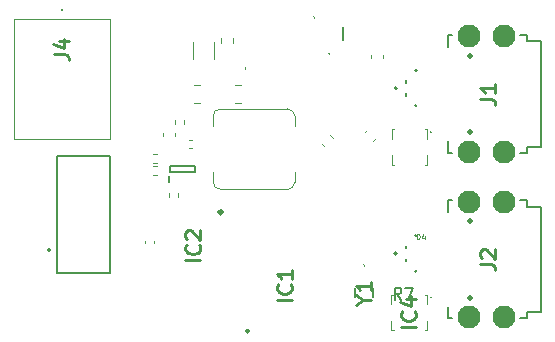
<source format=gbr>
%TF.GenerationSoftware,KiCad,Pcbnew,9.0.2*%
%TF.CreationDate,2025-08-30T18:06:16+02:00*%
%TF.ProjectId,Afterburner_Nano,41667465-7262-4757-926e-65725f4e616e,rev?*%
%TF.SameCoordinates,Original*%
%TF.FileFunction,Legend,Top*%
%TF.FilePolarity,Positive*%
%FSLAX46Y46*%
G04 Gerber Fmt 4.6, Leading zero omitted, Abs format (unit mm)*
G04 Created by KiCad (PCBNEW 9.0.2) date 2025-08-30 18:06:16*
%MOMM*%
%LPD*%
G01*
G04 APERTURE LIST*
%ADD10C,0.254000*%
%ADD11C,0.150000*%
%ADD12C,0.120000*%
%ADD13C,0.200000*%
%ADD14C,0.127000*%
%ADD15C,0.100000*%
%ADD16C,1.950000*%
%ADD17C,0.510000*%
G04 APERTURE END LIST*
D10*
X187824318Y-38689762D02*
X186554318Y-38689762D01*
X187703365Y-37359285D02*
X187763842Y-37419761D01*
X187763842Y-37419761D02*
X187824318Y-37601190D01*
X187824318Y-37601190D02*
X187824318Y-37722142D01*
X187824318Y-37722142D02*
X187763842Y-37903571D01*
X187763842Y-37903571D02*
X187642889Y-38024523D01*
X187642889Y-38024523D02*
X187521937Y-38085000D01*
X187521937Y-38085000D02*
X187280032Y-38145476D01*
X187280032Y-38145476D02*
X187098603Y-38145476D01*
X187098603Y-38145476D02*
X186856699Y-38085000D01*
X186856699Y-38085000D02*
X186735746Y-38024523D01*
X186735746Y-38024523D02*
X186614794Y-37903571D01*
X186614794Y-37903571D02*
X186554318Y-37722142D01*
X186554318Y-37722142D02*
X186554318Y-37601190D01*
X186554318Y-37601190D02*
X186614794Y-37419761D01*
X186614794Y-37419761D02*
X186675270Y-37359285D01*
X186675270Y-36875476D02*
X186614794Y-36815000D01*
X186614794Y-36815000D02*
X186554318Y-36694047D01*
X186554318Y-36694047D02*
X186554318Y-36391666D01*
X186554318Y-36391666D02*
X186614794Y-36270714D01*
X186614794Y-36270714D02*
X186675270Y-36210238D01*
X186675270Y-36210238D02*
X186796222Y-36149761D01*
X186796222Y-36149761D02*
X186917175Y-36149761D01*
X186917175Y-36149761D02*
X187098603Y-36210238D01*
X187098603Y-36210238D02*
X187824318Y-36935952D01*
X187824318Y-36935952D02*
X187824318Y-36149761D01*
X201619556Y-42004761D02*
X202224318Y-42004761D01*
X200954318Y-42428094D02*
X201619556Y-42004761D01*
X201619556Y-42004761D02*
X200954318Y-41581427D01*
X202224318Y-40492856D02*
X202224318Y-41218571D01*
X202224318Y-40855714D02*
X200954318Y-40855714D01*
X200954318Y-40855714D02*
X201135746Y-40976666D01*
X201135746Y-40976666D02*
X201256699Y-41097618D01*
X201256699Y-41097618D02*
X201317175Y-41218571D01*
X195574318Y-42039762D02*
X194304318Y-42039762D01*
X195453365Y-40709285D02*
X195513842Y-40769761D01*
X195513842Y-40769761D02*
X195574318Y-40951190D01*
X195574318Y-40951190D02*
X195574318Y-41072142D01*
X195574318Y-41072142D02*
X195513842Y-41253571D01*
X195513842Y-41253571D02*
X195392889Y-41374523D01*
X195392889Y-41374523D02*
X195271937Y-41435000D01*
X195271937Y-41435000D02*
X195030032Y-41495476D01*
X195030032Y-41495476D02*
X194848603Y-41495476D01*
X194848603Y-41495476D02*
X194606699Y-41435000D01*
X194606699Y-41435000D02*
X194485746Y-41374523D01*
X194485746Y-41374523D02*
X194364794Y-41253571D01*
X194364794Y-41253571D02*
X194304318Y-41072142D01*
X194304318Y-41072142D02*
X194304318Y-40951190D01*
X194304318Y-40951190D02*
X194364794Y-40769761D01*
X194364794Y-40769761D02*
X194425270Y-40709285D01*
X195574318Y-39499761D02*
X195574318Y-40225476D01*
X195574318Y-39862619D02*
X194304318Y-39862619D01*
X194304318Y-39862619D02*
X194485746Y-39983571D01*
X194485746Y-39983571D02*
X194606699Y-40104523D01*
X194606699Y-40104523D02*
X194667175Y-40225476D01*
D11*
X204833333Y-42004819D02*
X204500000Y-41528628D01*
X204261905Y-42004819D02*
X204261905Y-41004819D01*
X204261905Y-41004819D02*
X204642857Y-41004819D01*
X204642857Y-41004819D02*
X204738095Y-41052438D01*
X204738095Y-41052438D02*
X204785714Y-41100057D01*
X204785714Y-41100057D02*
X204833333Y-41195295D01*
X204833333Y-41195295D02*
X204833333Y-41338152D01*
X204833333Y-41338152D02*
X204785714Y-41433390D01*
X204785714Y-41433390D02*
X204738095Y-41481009D01*
X204738095Y-41481009D02*
X204642857Y-41528628D01*
X204642857Y-41528628D02*
X204261905Y-41528628D01*
X205166667Y-41004819D02*
X205833333Y-41004819D01*
X205833333Y-41004819D02*
X205404762Y-42004819D01*
D10*
X211516318Y-39023332D02*
X212423461Y-39023332D01*
X212423461Y-39023332D02*
X212604889Y-39083809D01*
X212604889Y-39083809D02*
X212725842Y-39204761D01*
X212725842Y-39204761D02*
X212786318Y-39386190D01*
X212786318Y-39386190D02*
X212786318Y-39507142D01*
X211637270Y-38479047D02*
X211576794Y-38418571D01*
X211576794Y-38418571D02*
X211516318Y-38297618D01*
X211516318Y-38297618D02*
X211516318Y-37995237D01*
X211516318Y-37995237D02*
X211576794Y-37874285D01*
X211576794Y-37874285D02*
X211637270Y-37813809D01*
X211637270Y-37813809D02*
X211758222Y-37753332D01*
X211758222Y-37753332D02*
X211879175Y-37753332D01*
X211879175Y-37753332D02*
X212060603Y-37813809D01*
X212060603Y-37813809D02*
X212786318Y-38539523D01*
X212786318Y-38539523D02*
X212786318Y-37753332D01*
X211528318Y-25023332D02*
X212435461Y-25023332D01*
X212435461Y-25023332D02*
X212616889Y-25083809D01*
X212616889Y-25083809D02*
X212737842Y-25204761D01*
X212737842Y-25204761D02*
X212798318Y-25386190D01*
X212798318Y-25386190D02*
X212798318Y-25507142D01*
X212798318Y-23753332D02*
X212798318Y-24479047D01*
X212798318Y-24116190D02*
X211528318Y-24116190D01*
X211528318Y-24116190D02*
X211709746Y-24237142D01*
X211709746Y-24237142D02*
X211830699Y-24358094D01*
X211830699Y-24358094D02*
X211891175Y-24479047D01*
X206074318Y-44339762D02*
X204804318Y-44339762D01*
X205953365Y-43009285D02*
X206013842Y-43069761D01*
X206013842Y-43069761D02*
X206074318Y-43251190D01*
X206074318Y-43251190D02*
X206074318Y-43372142D01*
X206074318Y-43372142D02*
X206013842Y-43553571D01*
X206013842Y-43553571D02*
X205892889Y-43674523D01*
X205892889Y-43674523D02*
X205771937Y-43735000D01*
X205771937Y-43735000D02*
X205530032Y-43795476D01*
X205530032Y-43795476D02*
X205348603Y-43795476D01*
X205348603Y-43795476D02*
X205106699Y-43735000D01*
X205106699Y-43735000D02*
X204985746Y-43674523D01*
X204985746Y-43674523D02*
X204864794Y-43553571D01*
X204864794Y-43553571D02*
X204804318Y-43372142D01*
X204804318Y-43372142D02*
X204804318Y-43251190D01*
X204804318Y-43251190D02*
X204864794Y-43069761D01*
X204864794Y-43069761D02*
X204925270Y-43009285D01*
X205227651Y-41920714D02*
X206074318Y-41920714D01*
X204743842Y-42223095D02*
X205650984Y-42525476D01*
X205650984Y-42525476D02*
X205650984Y-41739285D01*
D12*
X206119713Y-36911018D02*
X206119713Y-36431018D01*
X206119713Y-36431018D02*
X206233999Y-36431018D01*
X206233999Y-36431018D02*
X206302570Y-36453875D01*
X206302570Y-36453875D02*
X206348285Y-36499589D01*
X206348285Y-36499589D02*
X206371142Y-36545303D01*
X206371142Y-36545303D02*
X206393999Y-36636732D01*
X206393999Y-36636732D02*
X206393999Y-36705303D01*
X206393999Y-36705303D02*
X206371142Y-36796732D01*
X206371142Y-36796732D02*
X206348285Y-36842446D01*
X206348285Y-36842446D02*
X206302570Y-36888161D01*
X206302570Y-36888161D02*
X206233999Y-36911018D01*
X206233999Y-36911018D02*
X206119713Y-36911018D01*
X206805428Y-36591018D02*
X206805428Y-36911018D01*
X206691142Y-36408161D02*
X206576856Y-36751018D01*
X206576856Y-36751018D02*
X206873999Y-36751018D01*
D10*
X175404318Y-21238332D02*
X176311461Y-21238332D01*
X176311461Y-21238332D02*
X176492889Y-21298809D01*
X176492889Y-21298809D02*
X176613842Y-21419761D01*
X176613842Y-21419761D02*
X176674318Y-21601190D01*
X176674318Y-21601190D02*
X176674318Y-21722142D01*
X175827651Y-20089285D02*
X176674318Y-20089285D01*
X175343842Y-20391666D02*
X176250984Y-20694047D01*
X176250984Y-20694047D02*
X176250984Y-19907856D01*
D12*
%TO.C,C1*%
X183885000Y-37017164D02*
X183885000Y-37232836D01*
X183165000Y-37017164D02*
X183165000Y-37232836D01*
D10*
%TO.C,IC2*%
X189687500Y-34599500D02*
G75*
G02*
X189362500Y-34599500I-162500J0D01*
G01*
X189362500Y-34599500D02*
G75*
G02*
X189687500Y-34599500I162500J0D01*
G01*
D13*
%TO.C,J3*%
X175100000Y-37800000D02*
G75*
G02*
X174900000Y-37800000I-100000J0D01*
G01*
X174900000Y-37800000D02*
G75*
G02*
X175100000Y-37800000I100000J0D01*
G01*
D14*
X175700000Y-39750000D02*
X175700000Y-29850000D01*
X180200000Y-39750000D02*
X175700000Y-39750000D01*
X175700000Y-29850000D02*
X180200000Y-29850000D01*
X180200000Y-29850000D02*
X180200000Y-39750000D01*
D15*
%TO.C,Y1*%
X201650000Y-39050000D02*
X201650000Y-39050000D01*
X201650000Y-39150000D02*
X201650000Y-39150000D01*
D13*
X202400000Y-41000000D02*
X202400000Y-41800000D01*
X200900000Y-41000000D02*
X200900000Y-41800000D01*
D15*
X201650000Y-39050000D02*
G75*
G02*
X201650000Y-39150000I0J-50000D01*
G01*
X201650000Y-39150000D02*
G75*
G02*
X201650000Y-39050000I0J50000D01*
G01*
D10*
%TO.C,IC1*%
X191900000Y-44675000D02*
G75*
G02*
X191700000Y-44675000I-100000J0D01*
G01*
X191700000Y-44675000D02*
G75*
G02*
X191900000Y-44675000I100000J0D01*
G01*
D13*
%TO.C,J2*%
X208788000Y-43600000D02*
X209100000Y-43600000D01*
X215437000Y-43600000D02*
X214850000Y-43600000D01*
X215437000Y-43070000D02*
X215437000Y-43600000D01*
X216637000Y-43070000D02*
X215437000Y-43070000D01*
X208788000Y-42600000D02*
X208788000Y-43600000D01*
D15*
X207250000Y-41800000D02*
X207250000Y-41800000D01*
X207350000Y-41800000D02*
X207350000Y-41800000D01*
D13*
X208788000Y-34600000D02*
X208788000Y-33600000D01*
X215437000Y-34130000D02*
X216637000Y-34130000D01*
X216637000Y-34130000D02*
X216637000Y-43070000D01*
X208788000Y-33600000D02*
X209100000Y-33600000D01*
X214850000Y-33600000D02*
X215437000Y-33600000D01*
X215437000Y-33600000D02*
X215437000Y-34130000D01*
D15*
X207250000Y-41800000D02*
G75*
G02*
X207350000Y-41800000I50000J0D01*
G01*
X207350000Y-41800000D02*
G75*
G02*
X207250000Y-41800000I-50000J0D01*
G01*
D13*
%TO.C,J1*%
X208800000Y-29600000D02*
X209112000Y-29600000D01*
X215449000Y-29600000D02*
X214862000Y-29600000D01*
X215449000Y-29070000D02*
X215449000Y-29600000D01*
X216649000Y-29070000D02*
X215449000Y-29070000D01*
X208800000Y-28600000D02*
X208800000Y-29600000D01*
D15*
X207262000Y-27800000D02*
X207262000Y-27800000D01*
X207362000Y-27800000D02*
X207362000Y-27800000D01*
D13*
X208800000Y-20600000D02*
X208800000Y-19600000D01*
X215449000Y-20130000D02*
X216649000Y-20130000D01*
X216649000Y-20130000D02*
X216649000Y-29070000D01*
X208800000Y-19600000D02*
X209112000Y-19600000D01*
X214862000Y-19600000D02*
X215449000Y-19600000D01*
X215449000Y-19600000D02*
X215449000Y-20130000D01*
D15*
X207262000Y-27800000D02*
G75*
G02*
X207362000Y-27800000I50000J0D01*
G01*
X207362000Y-27800000D02*
G75*
G02*
X207262000Y-27800000I-50000J0D01*
G01*
%TO.C,IC4*%
X207000000Y-41600000D02*
X207000000Y-42400000D01*
X206800000Y-41600000D02*
X207000000Y-41600000D01*
X204200000Y-41600000D02*
X204000000Y-41600000D01*
X204000000Y-41600000D02*
X204000000Y-42400000D01*
X207000000Y-43800000D02*
X207000000Y-44600000D01*
X204000000Y-43800000D02*
X204000000Y-44600000D01*
X207000000Y-44600000D02*
X206800000Y-44600000D01*
X204000000Y-44600000D02*
X204200000Y-44600000D01*
D11*
%TO.C,D6*%
X206125000Y-39600000D02*
G75*
G02*
X205975000Y-39600000I-75000J0D01*
G01*
X205975000Y-39600000D02*
G75*
G02*
X206125000Y-39600000I75000J0D01*
G01*
%TO.C,D5*%
X206125000Y-36600001D02*
G75*
G02*
X205975000Y-36600001I-75000J0D01*
G01*
X205975000Y-36600001D02*
G75*
G02*
X206125000Y-36600001I75000J0D01*
G01*
D14*
%TO.C,D4*%
X205200000Y-37675001D02*
X205200000Y-37450001D01*
X205200000Y-38750001D02*
X205200000Y-38525001D01*
D13*
X204450000Y-38100001D02*
G75*
G02*
X204250000Y-38100001I-100000J0D01*
G01*
X204250000Y-38100001D02*
G75*
G02*
X204450000Y-38100001I100000J0D01*
G01*
D12*
%TO.C,R17*%
X184113641Y-30430000D02*
X183806359Y-30430000D01*
X184113641Y-29670000D02*
X183806359Y-29670000D01*
%TO.C,R14*%
X186440000Y-26806359D02*
X186440000Y-27113641D01*
X185680000Y-26806359D02*
X185680000Y-27113641D01*
%TO.C,L2*%
X195810000Y-32070000D02*
G75*
G02*
X195200000Y-32680000I-610000J0D01*
G01*
X195200000Y-25860000D02*
G75*
G02*
X195810000Y-26470000I0J-610000D01*
G01*
X189550000Y-32680000D02*
G75*
G02*
X188890000Y-32020000I2J660002D01*
G01*
X188890000Y-26470000D02*
G75*
G02*
X189500000Y-25860000I610000J0D01*
G01*
X195810000Y-31220000D02*
X195810000Y-32070000D01*
X195810000Y-26470000D02*
X195810000Y-27320000D01*
X195200000Y-32680000D02*
X189550000Y-32680000D01*
X189500000Y-25860000D02*
X195200000Y-25860000D01*
X188890000Y-32020000D02*
X188890000Y-31220000D01*
X188890000Y-27320000D02*
X188890000Y-26470000D01*
%TO.C,R13*%
X185940000Y-32996359D02*
X185940000Y-33303641D01*
X185180000Y-32996359D02*
X185180000Y-33303641D01*
%TO.C,R16*%
X183806359Y-31470000D02*
X184113641Y-31470000D01*
X183806359Y-30710000D02*
X184113641Y-30710000D01*
%TO.C,C8*%
X189010000Y-21611252D02*
X189010000Y-20188748D01*
X187190000Y-21611252D02*
X187190000Y-20188748D01*
%TO.C,C21*%
X186862164Y-29180000D02*
X187077836Y-29180000D01*
X186862164Y-28460000D02*
X187077836Y-28460000D01*
%TO.C,C24*%
X187761252Y-25335000D02*
X187238748Y-25335000D01*
X187761252Y-23865000D02*
X187238748Y-23865000D01*
%TO.C,C23*%
X190738748Y-25325000D02*
X191261252Y-25325000D01*
X190738748Y-23855000D02*
X191261252Y-23855000D01*
%TO.C,C20*%
X185690000Y-28170580D02*
X185690000Y-27889420D01*
X184670000Y-28170580D02*
X184670000Y-27889420D01*
D13*
%TO.C,U5*%
X187360000Y-31210000D02*
X185260000Y-31210000D01*
X187360000Y-30710000D02*
X187360000Y-31210000D01*
X185260000Y-31210000D02*
X185260000Y-30710000D01*
X185260000Y-30710000D02*
X187360000Y-30710000D01*
X185160000Y-32035000D02*
X185160000Y-31560000D01*
D15*
%TO.C,PD1*%
X198740984Y-21213515D02*
G75*
G02*
X198670273Y-21142803I-35355J35356D01*
G01*
X198670274Y-21142804D02*
G75*
G02*
X198740984Y-21213514I35355J-35355D01*
G01*
X198740984Y-21213515D02*
X198740984Y-21213515D01*
X198670274Y-21142804D02*
X198670274Y-21142804D01*
D12*
%TO.C,C6*%
X202290000Y-21565581D02*
X202290000Y-21284419D01*
X203310000Y-21565581D02*
X203310000Y-21284419D01*
%TO.C,R10*%
X190622500Y-20312258D02*
X190622500Y-19837742D01*
X189577500Y-20312258D02*
X189577500Y-19837742D01*
%TO.C,C7*%
X198821227Y-28087978D02*
X199020038Y-28286789D01*
X198099978Y-28809227D02*
X198298789Y-29008038D01*
D13*
%TO.C,R9*%
X199915000Y-19985000D02*
X199915000Y-18935000D01*
D11*
%TO.C,D2*%
X206137000Y-22600000D02*
G75*
G02*
X205987000Y-22600000I-75000J0D01*
G01*
X205987000Y-22600000D02*
G75*
G02*
X206137000Y-22600000I75000J0D01*
G01*
%TO.C,D3*%
X206137000Y-25600000D02*
G75*
G02*
X205987000Y-25600000I-75000J0D01*
G01*
X205987000Y-25600000D02*
G75*
G02*
X206137000Y-25600000I75000J0D01*
G01*
D14*
%TO.C,D1*%
X205212000Y-23675000D02*
X205212000Y-23450000D01*
X205212000Y-24750000D02*
X205212000Y-24525000D01*
D13*
X204462000Y-24100000D02*
G75*
G02*
X204262000Y-24100000I-100000J0D01*
G01*
X204262000Y-24100000D02*
G75*
G02*
X204462000Y-24100000I100000J0D01*
G01*
D15*
%TO.C,IC3*%
X207012000Y-27600000D02*
X207012000Y-28400000D01*
X206812000Y-27600000D02*
X207012000Y-27600000D01*
X204212000Y-27600000D02*
X204012000Y-27600000D01*
X204012000Y-27600000D02*
X204012000Y-28400000D01*
X207012000Y-29800000D02*
X207012000Y-30600000D01*
X204012000Y-29800000D02*
X204012000Y-30600000D01*
X207012000Y-30600000D02*
X206812000Y-30600000D01*
X204012000Y-30600000D02*
X204212000Y-30600000D01*
%TO.C,U3*%
X191625000Y-22360000D02*
X191625000Y-22360000D01*
X191625000Y-22460000D02*
X191625000Y-22460000D01*
X191625000Y-22360000D02*
G75*
G02*
X191625000Y-22460000I0J-50000D01*
G01*
X191625000Y-22460000D02*
G75*
G02*
X191625000Y-22360000I0J50000D01*
G01*
%TO.C,U1*%
X197425000Y-18140000D02*
X197425000Y-18140000D01*
X197425000Y-18040000D02*
X197425000Y-18040000D01*
X197425000Y-18140000D02*
G75*
G02*
X197425000Y-18040000I0J50000D01*
G01*
X197425000Y-18040000D02*
G75*
G02*
X197425000Y-18140000I0J-50000D01*
G01*
%TO.C,J4*%
X172025000Y-28435000D02*
X172025000Y-18275000D01*
X180175000Y-28435000D02*
X172025000Y-28435000D01*
X172025000Y-18275000D02*
X180175000Y-18275000D01*
X180175000Y-18275000D02*
X180175000Y-28435000D01*
D13*
X176150000Y-17465000D02*
G75*
G02*
X176050000Y-17465000I-50000J0D01*
G01*
X176050000Y-17465000D02*
G75*
G02*
X176150000Y-17465000I50000J0D01*
G01*
D12*
%TO.C,C9*%
X201950781Y-27639970D02*
X201751970Y-27838781D01*
X202672030Y-28361219D02*
X202473219Y-28560030D01*
%TD*%
D16*
%TO.C,J2*%
X210537000Y-43495000D03*
X213537000Y-43495000D03*
X213537000Y-33705000D03*
X210537000Y-33705000D03*
D17*
X210637000Y-41850000D03*
X210637000Y-35350000D03*
%TD*%
D16*
%TO.C,J1*%
X210549000Y-29495000D03*
X213549000Y-29495000D03*
X213549000Y-19705000D03*
X210549000Y-19705000D03*
D17*
X210649000Y-27850000D03*
X210649000Y-21350000D03*
%TD*%
M02*

</source>
